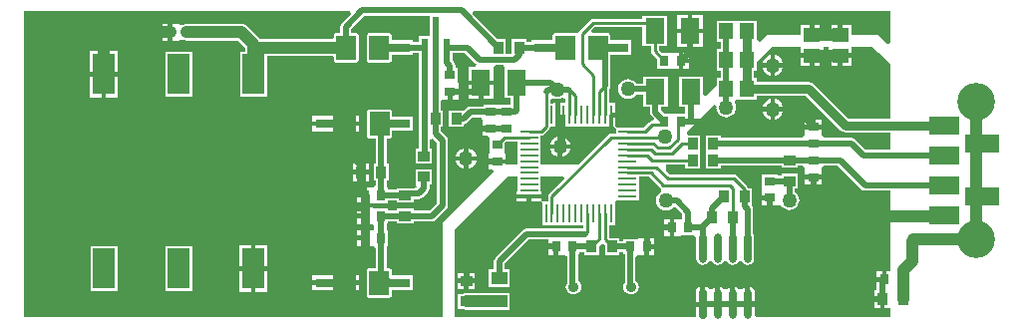
<source format=gtl>
G04*
G04 #@! TF.GenerationSoftware,Altium Limited,Altium Designer,23.3.1 (30)*
G04*
G04 Layer_Physical_Order=1*
G04 Layer_Color=255*
%FSLAX44Y44*%
%MOMM*%
G71*
G04*
G04 #@! TF.SameCoordinates,75414D67-6E7D-4D71-9163-A58272906682*
G04*
G04*
G04 #@! TF.FilePolarity,Positive*
G04*
G01*
G75*
%ADD10C,0.2540*%
%ADD14C,0.5000*%
%ADD39R,0.9000X0.8000*%
%ADD40R,0.8000X0.9000*%
%ADD41R,1.4500X1.2500*%
%ADD42R,3.5000X0.8000*%
%ADD43R,1.0000X0.8500*%
%ADD44R,1.4000X1.1000*%
%ADD45R,0.2800X1.5600*%
%ADD46R,1.5600X0.2800*%
%ADD47R,0.8500X1.0000*%
G04:AMPARAMS|DCode=48|XSize=0.7mm|YSize=2.5mm|CornerRadius=0.175mm|HoleSize=0mm|Usage=FLASHONLY|Rotation=180.000|XOffset=0mm|YOffset=0mm|HoleType=Round|Shape=RoundedRectangle|*
%AMROUNDEDRECTD48*
21,1,0.7000,2.1500,0,0,180.0*
21,1,0.3500,2.5000,0,0,180.0*
1,1,0.3500,-0.1750,1.0750*
1,1,0.3500,0.1750,1.0750*
1,1,0.3500,0.1750,-1.0750*
1,1,0.3500,-0.1750,-1.0750*
%
%ADD48ROUNDEDRECTD48*%
%ADD49O,0.7000X2.5000*%
%ADD50R,1.2500X1.4500*%
%ADD51R,1.6500X2.2000*%
%ADD52R,0.6000X1.6000*%
%ADD53C,0.7500*%
%ADD54C,1.0000*%
%ADD55C,0.3500*%
%ADD56R,1.7000X2.1000*%
%ADD57R,1.8999X3.4188*%
%ADD58C,0.9000*%
%ADD59C,3.2000*%
%ADD60R,1.4995X1.4995*%
%ADD61R,2.5400X1.5000*%
%ADD62C,1.2700*%
G36*
X282202Y262690D02*
X274756Y255244D01*
X273761Y253756D01*
X273412Y252000D01*
Y246579D01*
X269750D01*
X268970Y246424D01*
X268308Y245982D01*
X267866Y245320D01*
X267711Y244540D01*
Y242395D01*
X266520Y241350D01*
X205043D01*
X204412Y242173D01*
X194412Y252173D01*
X192950Y253295D01*
X191247Y254000D01*
X189420Y254240D01*
X142920D01*
X141093Y254000D01*
X140321Y253680D01*
X137736D01*
X135460Y254220D01*
X134644Y254220D01*
X130920D01*
Y247180D01*
Y240140D01*
X134644D01*
X135460Y240140D01*
X137736Y240680D01*
X140321D01*
X141093Y240360D01*
X142920Y240120D01*
X186495D01*
X192360Y234256D01*
Y230674D01*
X187920D01*
Y192486D01*
X210920D01*
Y227230D01*
X266520D01*
X267711Y226185D01*
Y223540D01*
X267866Y222760D01*
X268308Y222098D01*
X268970Y221656D01*
X269750Y221501D01*
X286750D01*
X287530Y221656D01*
X288192Y222098D01*
X288634Y222760D01*
X288789Y223540D01*
Y228290D01*
X288940D01*
Y240290D01*
X288789D01*
Y244540D01*
X288634Y245320D01*
X288192Y245982D01*
X287530Y246424D01*
X286750Y246579D01*
X282588D01*
Y250100D01*
X293690Y261202D01*
X349260D01*
Y244290D01*
X339760D01*
Y238878D01*
X334940D01*
Y240290D01*
X316789D01*
Y244540D01*
X316634Y245320D01*
X316192Y245982D01*
X315530Y246424D01*
X314750Y246579D01*
X297750D01*
X296970Y246424D01*
X296308Y245982D01*
X295866Y245320D01*
X295711Y244540D01*
Y223540D01*
X295866Y222760D01*
X296308Y222098D01*
X296970Y221656D01*
X297750Y221501D01*
X314750D01*
X315530Y221656D01*
X316192Y222098D01*
X316634Y222760D01*
X316789Y223540D01*
Y228290D01*
X334940D01*
Y229702D01*
X339760D01*
Y224290D01*
X340172D01*
Y148100D01*
X337200D01*
Y135600D01*
X351200D01*
Y148100D01*
X349348D01*
Y155628D01*
X351848Y156663D01*
X355412Y153099D01*
Y101901D01*
X349306Y95795D01*
X335400D01*
Y97457D01*
X321400D01*
Y95795D01*
X313980D01*
Y97707D01*
X302796D01*
X300520Y98247D01*
X299704Y98247D01*
X295980D01*
Y91207D01*
Y84167D01*
X299704D01*
X300520Y84167D01*
X300892Y84255D01*
X302108Y83298D01*
Y80249D01*
X300892Y79292D01*
X300520Y79380D01*
X299704Y79380D01*
X295980D01*
Y72340D01*
Y65300D01*
X299704D01*
X300520Y65300D01*
X300892Y65388D01*
X303392Y63421D01*
Y62020D01*
X303412Y61919D01*
Y46829D01*
X297750D01*
X296970Y46674D01*
X296308Y46232D01*
X295866Y45570D01*
X295711Y44790D01*
Y23790D01*
X295866Y23010D01*
X296308Y22348D01*
X296970Y21906D01*
X297750Y21751D01*
X314750D01*
X315530Y21906D01*
X316192Y22348D01*
X316634Y23010D01*
X316789Y23790D01*
Y28510D01*
X334940D01*
Y40510D01*
X316789D01*
Y44790D01*
X316634Y45570D01*
X316192Y46232D01*
X315530Y46674D01*
X314750Y46829D01*
X312588D01*
Y62000D01*
X312568Y62101D01*
Y65840D01*
X313980D01*
Y78840D01*
X312568D01*
Y84707D01*
X313980D01*
Y86618D01*
X321400D01*
Y84957D01*
X335400D01*
Y86618D01*
X351207D01*
X352962Y86968D01*
X354451Y87962D01*
X363244Y96756D01*
X364239Y98244D01*
X364588Y100000D01*
Y155000D01*
X364239Y156756D01*
X363244Y158244D01*
X358848Y162640D01*
Y166640D01*
X360510D01*
Y180640D01*
X358848D01*
Y187913D01*
X359460Y190160D01*
X361348Y190160D01*
X364500D01*
Y196700D01*
X366500D01*
Y198700D01*
X373540D01*
Y202424D01*
X373540Y203240D01*
X373000Y205516D01*
Y216700D01*
X371088D01*
Y218500D01*
X370739Y220256D01*
X369744Y221744D01*
X369424Y222065D01*
X368760Y224290D01*
X368760Y224290D01*
X368760D01*
X368760Y224290D01*
Y229702D01*
X379060D01*
X388006Y220756D01*
X388778Y220240D01*
X388019Y217740D01*
X381884D01*
Y206200D01*
X392674D01*
X403464D01*
Y216912D01*
X403464Y217740D01*
X405272Y219412D01*
X411729D01*
X412424Y217200D01*
X412424D01*
Y191200D01*
X418086D01*
Y185559D01*
X408132D01*
Y185559D01*
X407732D01*
Y185559D01*
X394732D01*
Y184147D01*
X383559D01*
X381803Y183798D01*
X380314Y182803D01*
X379729Y182218D01*
X378010Y180640D01*
Y180640D01*
X378010Y180640D01*
X365510D01*
Y166640D01*
X378010D01*
Y169125D01*
X379396Y169401D01*
X380884Y170396D01*
X385459Y174970D01*
X392817D01*
X392947Y174875D01*
X394330Y172470D01*
X394192Y172099D01*
X394192D01*
X394192Y171282D01*
Y167559D01*
X401232D01*
Y163559D01*
X394192D01*
Y159019D01*
X398122D01*
X399960Y157420D01*
Y145420D01*
X399960Y145420D01*
X399420Y143960D01*
X399420Y143960D01*
X399420Y143115D01*
Y139420D01*
X413500D01*
Y143115D01*
X413500Y143960D01*
X413500Y143960D01*
X412960Y145420D01*
X412960Y145420D01*
Y153205D01*
X414101Y154346D01*
X423810D01*
Y149280D01*
X423810D01*
Y141080D01*
X423810D01*
Y135000D01*
X413500D01*
Y135420D01*
X399420D01*
Y130880D01*
X402614D01*
X403570Y128570D01*
X360000Y85000D01*
Y60000D01*
Y5000D01*
X5000D01*
Y265000D01*
X281245D01*
X282202Y262690D01*
D02*
G37*
G36*
X740000Y238266D02*
X737690Y237310D01*
X730000Y245000D01*
X707670D01*
Y253720D01*
X699880D01*
Y244930D01*
X695880D01*
Y253720D01*
X688090D01*
Y245000D01*
X683590D01*
Y253720D01*
X675800D01*
Y244930D01*
X671800D01*
Y253720D01*
X664010D01*
Y245000D01*
X635000D01*
X629260Y239260D01*
X626760Y240296D01*
Y257150D01*
X610260D01*
Y257150D01*
X609260Y257150D01*
Y257150D01*
X592760D01*
Y238650D01*
X596422D01*
Y232840D01*
X592760D01*
Y214340D01*
X596422D01*
Y208530D01*
X592760D01*
Y202760D01*
X583520Y193520D01*
X581210Y194476D01*
Y209780D01*
X560710D01*
Y183780D01*
X566372D01*
Y178180D01*
X557085D01*
X556585Y178180D01*
Y178180D01*
X554585D01*
Y178180D01*
X548574D01*
X545548Y181206D01*
Y183780D01*
X551210D01*
Y209780D01*
X530710D01*
Y203588D01*
X524504D01*
X523455Y204955D01*
X521711Y206294D01*
X519680Y207135D01*
X517500Y207422D01*
X515320Y207135D01*
X513289Y206294D01*
X511545Y204955D01*
X510206Y203211D01*
X509365Y201180D01*
X509078Y199000D01*
X509365Y196820D01*
X510206Y194789D01*
X511545Y193045D01*
X513289Y191706D01*
X515320Y190865D01*
X517500Y190578D01*
X519680Y190865D01*
X521711Y191706D01*
X523455Y193045D01*
X524504Y194412D01*
X530710D01*
Y183780D01*
X536372D01*
Y179305D01*
X536721Y177549D01*
X537716Y176061D01*
X539683Y174094D01*
X538726Y171784D01*
X537682D01*
X536407Y171530D01*
X535325Y170808D01*
X530532Y166014D01*
X527010D01*
Y166080D01*
X509118D01*
X507299Y166529D01*
X506850Y168348D01*
Y174980D01*
X504910D01*
Y166640D01*
X505142D01*
X506961Y166191D01*
X507410Y164372D01*
Y161014D01*
X502930D01*
X501654Y160760D01*
X500573Y160037D01*
X475535Y135000D01*
X443410D01*
Y139280D01*
X443410D01*
Y151080D01*
X443410D01*
Y154280D01*
X443410D01*
Y159346D01*
X443930D01*
X445206Y159600D01*
X446287Y160322D01*
X450267Y164302D01*
X450990Y165384D01*
X451244Y166660D01*
Y167180D01*
X453970D01*
Y166640D01*
X455910D01*
Y167179D01*
X456311D01*
Y176980D01*
Y186780D01*
X455910D01*
Y187320D01*
X453970D01*
Y186780D01*
X451244D01*
Y189682D01*
X451829Y190261D01*
X453744Y191164D01*
X455070Y190615D01*
X457250Y190328D01*
X459430Y190615D01*
X461461Y191456D01*
X462076Y191928D01*
X464576Y190695D01*
Y187320D01*
X459910D01*
Y176980D01*
Y166640D01*
X460910D01*
Y176980D01*
X464510D01*
Y167179D01*
X464910D01*
Y166640D01*
X466850D01*
Y167180D01*
X498970D01*
Y166640D01*
X500910D01*
Y167179D01*
X501311D01*
Y176980D01*
X502910D01*
Y178980D01*
X506850D01*
Y187320D01*
X501244D01*
Y198640D01*
X502149Y199994D01*
X502498Y201750D01*
Y223334D01*
X502539Y223540D01*
Y228290D01*
X520550D01*
Y240290D01*
X502539D01*
Y244540D01*
X502384Y245320D01*
X501942Y245982D01*
X501280Y246424D01*
X500500Y246579D01*
X487561D01*
X486604Y248889D01*
X489381Y251666D01*
X529960D01*
Y235400D01*
X536876D01*
Y231195D01*
X537130Y229919D01*
X537853Y228837D01*
X542585Y224105D01*
Y216320D01*
X553769D01*
X556045Y215780D01*
X556861Y215780D01*
X560585D01*
Y222820D01*
Y229860D01*
X556861D01*
X556045Y229860D01*
X553769Y229320D01*
X546800D01*
X543544Y232576D01*
Y235400D01*
X550460D01*
Y261400D01*
X529960D01*
Y258334D01*
X488000D01*
X486724Y258080D01*
X485643Y257358D01*
X476143Y247857D01*
X475880Y247465D01*
X474859Y246684D01*
X473280Y246424D01*
X472500Y246579D01*
X455500D01*
X454720Y246424D01*
X454058Y245982D01*
X453616Y245320D01*
X453461Y244540D01*
Y240290D01*
X435550D01*
Y238778D01*
X431390D01*
Y241190D01*
X418890D01*
Y228588D01*
X413890D01*
Y241190D01*
X407129D01*
X385628Y262690D01*
X386585Y265000D01*
X740000D01*
Y238266D01*
D02*
G37*
G36*
X730000Y230000D02*
X740000Y220000D01*
Y173867D01*
X704924D01*
X675366Y203426D01*
X673464Y204696D01*
X671220Y205143D01*
X626760D01*
Y208530D01*
X624373D01*
Y214340D01*
X626760D01*
Y221760D01*
X640000Y235000D01*
X664010D01*
Y229430D01*
X683590D01*
Y235000D01*
X688090D01*
Y229430D01*
X707670D01*
Y235000D01*
X725000D01*
X730000Y230000D01*
D02*
G37*
G36*
X698351Y163858D02*
X700253Y162588D01*
X702496Y162141D01*
X740000D01*
Y147192D01*
X719297D01*
X710484Y156004D01*
X708996Y156999D01*
X707240Y157348D01*
X683739D01*
X681772Y159848D01*
X681860Y160220D01*
X681860Y161036D01*
Y164760D01*
X667780D01*
Y161036D01*
X667780Y160220D01*
X667868Y159848D01*
X665901Y157348D01*
X596280D01*
Y159760D01*
X583780D01*
Y145760D01*
X583780D01*
Y145220D01*
X583780D01*
Y131220D01*
X596280D01*
Y133632D01*
X647920D01*
Y131970D01*
X661920D01*
Y133632D01*
X665901D01*
X667868Y131132D01*
X667780Y130760D01*
X667780Y129944D01*
Y126220D01*
X674820D01*
X681860D01*
Y129944D01*
X681860Y130760D01*
X681772Y131132D01*
X683739Y133632D01*
X695880D01*
X715552Y113960D01*
X717040Y112965D01*
X718796Y112616D01*
X740000D01*
Y44300D01*
X737300D01*
Y37260D01*
X735300D01*
Y35260D01*
X728760D01*
Y30220D01*
X728760D01*
X728423Y27860D01*
X726760D01*
Y22320D01*
X733550D01*
Y20320D01*
X735550D01*
Y12780D01*
X740000D01*
Y5000D01*
X626859D01*
X625273Y6933D01*
X625308Y7110D01*
Y14110D01*
X619150D01*
Y16110D01*
X617150D01*
Y30870D01*
X616793Y30800D01*
X614795Y29465D01*
X614257Y28659D01*
X611343D01*
X610805Y29465D01*
X608807Y30800D01*
X608450Y30870D01*
Y16110D01*
X604450D01*
Y30870D01*
X604093Y30800D01*
X602095Y29465D01*
X601557Y28659D01*
X598643D01*
X598105Y29465D01*
X596107Y30800D01*
X595750Y30870D01*
Y16110D01*
X591750D01*
Y30870D01*
X591393Y30800D01*
X589395Y29465D01*
X589196Y29167D01*
X588787Y29056D01*
X586304Y29338D01*
X585893Y29953D01*
X584474Y30901D01*
X583050Y31184D01*
Y16110D01*
X581050D01*
Y14110D01*
X574926D01*
Y5360D01*
X574631Y5000D01*
X370000D01*
Y80000D01*
X410000Y120000D01*
X415000Y125000D01*
X423810D01*
Y111620D01*
X423270D01*
Y109680D01*
X423810D01*
Y109279D01*
X443410D01*
Y109680D01*
X443950D01*
Y111620D01*
X443410D01*
Y125000D01*
X462269D01*
X463225Y122690D01*
X450552Y110017D01*
X449830Y108936D01*
X449576Y107660D01*
Y103180D01*
X446218D01*
X444399Y103629D01*
X443950Y105448D01*
Y105680D01*
X435610D01*
Y103740D01*
X442242D01*
X444061Y103291D01*
X444510Y101472D01*
Y83580D01*
X469510D01*
Y83580D01*
X479576D01*
Y80338D01*
X431500D01*
X429744Y79989D01*
X428256Y78994D01*
X404856Y55594D01*
X403861Y54106D01*
X403512Y52350D01*
Y46000D01*
X399100D01*
Y31000D01*
X417100D01*
Y46000D01*
X412688D01*
Y50450D01*
X433400Y71162D01*
X450040D01*
Y67100D01*
X456580D01*
Y65100D01*
X458580D01*
Y58060D01*
X462304D01*
X463120Y58060D01*
Y58060D01*
X463492Y58197D01*
X465896Y56814D01*
X465992Y56685D01*
Y34681D01*
X465652Y34238D01*
X464997Y32657D01*
X464774Y30960D01*
X464997Y29263D01*
X465652Y27682D01*
X466694Y26324D01*
X468052Y25282D01*
X469633Y24627D01*
X471330Y24404D01*
X473027Y24627D01*
X474608Y25282D01*
X475966Y26324D01*
X477008Y27682D01*
X477663Y29263D01*
X477886Y30960D01*
X477663Y32657D01*
X477008Y34238D01*
X475966Y35596D01*
X475168Y36208D01*
Y58600D01*
X476580D01*
Y60512D01*
X480380D01*
Y58100D01*
X492880D01*
Y65271D01*
X495051Y67429D01*
X497101Y67414D01*
X497880Y66635D01*
Y58100D01*
X510380D01*
Y60512D01*
X513380D01*
Y58600D01*
X514792D01*
Y34681D01*
X514452Y34238D01*
X513797Y32657D01*
X513574Y30960D01*
X513797Y29263D01*
X514452Y27682D01*
X515494Y26324D01*
X516852Y25282D01*
X518433Y24627D01*
X520130Y24404D01*
X521827Y24627D01*
X523408Y25282D01*
X524766Y26324D01*
X525808Y27682D01*
X526463Y29263D01*
X526686Y30960D01*
X526463Y32657D01*
X525808Y34238D01*
X524766Y35596D01*
X523968Y36208D01*
Y56181D01*
X526468Y58148D01*
X526840Y58060D01*
X527656Y58060D01*
X531380D01*
Y65100D01*
Y72140D01*
X527656D01*
X526840Y72140D01*
X524564Y71600D01*
X513380D01*
Y69688D01*
X510380D01*
Y72100D01*
X501845D01*
X501244Y72701D01*
Y83580D01*
X506310D01*
Y102236D01*
X507025Y103565D01*
X508354Y104280D01*
X527010D01*
Y114280D01*
Y124346D01*
X535439D01*
X544642Y115142D01*
X545724Y114420D01*
X545734Y114418D01*
X545990Y111818D01*
X545329Y111544D01*
X543585Y110205D01*
X542246Y108461D01*
X541405Y106430D01*
X541118Y104250D01*
X541405Y102070D01*
X542246Y100039D01*
X543585Y98295D01*
X545329Y96956D01*
X547360Y96115D01*
X549540Y95828D01*
X551720Y96115D01*
X553751Y96956D01*
X555495Y98295D01*
X558477Y98074D01*
X563812Y92740D01*
Y88595D01*
X561430Y88310D01*
X560614Y88310D01*
X556890D01*
Y81270D01*
Y74230D01*
X560614D01*
X561430Y74230D01*
X563706Y74770D01*
X573223D01*
X575261Y73246D01*
X575442Y72499D01*
Y55110D01*
X575869Y52964D01*
X577085Y51145D01*
X578904Y49929D01*
X581050Y49502D01*
X583196Y49929D01*
X585015Y51145D01*
X586068Y52721D01*
X587400Y52850D01*
X588731Y52721D01*
X589785Y51145D01*
X591604Y49929D01*
X593750Y49502D01*
X595896Y49929D01*
X597715Y51145D01*
X598769Y52721D01*
X600100Y52850D01*
X601432Y52721D01*
X602485Y51145D01*
X604304Y49929D01*
X606450Y49502D01*
X608596Y49929D01*
X610415Y51145D01*
X611469Y52721D01*
X612800Y52850D01*
X614132Y52721D01*
X615185Y51145D01*
X617004Y49929D01*
X619150Y49502D01*
X621296Y49929D01*
X623115Y51145D01*
X624331Y52964D01*
X624758Y55110D01*
Y73110D01*
X624331Y75256D01*
X623738Y76143D01*
Y96350D01*
X623389Y98106D01*
X623215Y98365D01*
X622720Y100660D01*
X622720Y100660D01*
X622720Y100660D01*
Y114660D01*
X619679D01*
X619550Y115306D01*
X618828Y116388D01*
X609857Y125358D01*
X608776Y126080D01*
X607500Y126334D01*
X552881D01*
X550000Y129215D01*
Y134886D01*
X566280D01*
Y131220D01*
X578780D01*
Y145220D01*
X578780D01*
X578780Y145760D01*
X578780D01*
Y159760D01*
X568296D01*
X567260Y162260D01*
X570000Y165000D01*
X590305Y185305D01*
X592673Y184138D01*
X592588Y183490D01*
X592875Y181310D01*
X593716Y179279D01*
X595055Y177535D01*
X596799Y176196D01*
X598830Y175355D01*
X601010Y175068D01*
X603190Y175355D01*
X605221Y176196D01*
X606965Y177535D01*
X608304Y179279D01*
X609145Y181310D01*
X609432Y183490D01*
X609145Y185670D01*
X608304Y187701D01*
X609260Y190030D01*
X610260D01*
Y190030D01*
X626760D01*
Y193417D01*
X668792D01*
X698351Y163858D01*
D02*
G37*
%LPC*%
G36*
X126920Y254220D02*
X122380D01*
Y249180D01*
X126920D01*
Y254220D01*
D02*
G37*
G36*
Y245180D02*
X122380D01*
Y240140D01*
X126920D01*
Y245180D01*
D02*
G37*
G36*
X84460Y231214D02*
X74420D01*
Y213580D01*
X84460D01*
Y231214D01*
D02*
G37*
G36*
X70420D02*
X60380D01*
Y213580D01*
X70420D01*
Y231214D01*
D02*
G37*
G36*
X147420Y230674D02*
X124420D01*
Y192486D01*
X147420D01*
Y230674D01*
D02*
G37*
G36*
X84460Y209580D02*
X74420D01*
Y191946D01*
X84460D01*
Y209580D01*
D02*
G37*
G36*
X70420D02*
X60380D01*
Y191946D01*
X70420D01*
Y209580D01*
D02*
G37*
G36*
X403464Y202200D02*
X394674D01*
Y190660D01*
X403464D01*
Y202200D01*
D02*
G37*
G36*
X390674D02*
X381884D01*
Y190660D01*
X390674D01*
Y202200D01*
D02*
G37*
G36*
X373540Y194700D02*
X368500D01*
Y190160D01*
X373540D01*
Y194700D01*
D02*
G37*
G36*
X289480Y176030D02*
X271440D01*
Y171490D01*
X289480D01*
Y176030D01*
D02*
G37*
G36*
X267440D02*
X249400D01*
Y171490D01*
X267440D01*
Y176030D01*
D02*
G37*
G36*
X289480Y167490D02*
X271440D01*
Y162950D01*
X289480D01*
Y167490D01*
D02*
G37*
G36*
X267440D02*
X249400D01*
Y162950D01*
X267440D01*
Y167490D01*
D02*
G37*
G36*
X382000Y148703D02*
Y142000D01*
X388703D01*
X388661Y142321D01*
X387765Y144483D01*
X386340Y146340D01*
X384483Y147765D01*
X382321Y148661D01*
X382000Y148703D01*
D02*
G37*
G36*
X378000D02*
X377679Y148661D01*
X375517Y147765D01*
X373660Y146340D01*
X372235Y144483D01*
X371339Y142321D01*
X371297Y142000D01*
X378000D01*
Y148703D01*
D02*
G37*
G36*
X388703Y138000D02*
X382000D01*
Y131297D01*
X382321Y131339D01*
X384483Y132235D01*
X386340Y133660D01*
X387765Y135517D01*
X388661Y137679D01*
X388703Y138000D01*
D02*
G37*
G36*
X378000D02*
X371297D01*
X371339Y137679D01*
X372235Y135517D01*
X373660Y133660D01*
X375517Y132235D01*
X377679Y131339D01*
X378000Y131297D01*
Y138000D01*
D02*
G37*
G36*
X297180Y135930D02*
X292390D01*
Y130390D01*
X297180D01*
Y135930D01*
D02*
G37*
G36*
X288390D02*
X283600D01*
Y130390D01*
X288390D01*
Y135930D01*
D02*
G37*
G36*
X297180Y126390D02*
X292390D01*
Y120850D01*
X297180D01*
Y126390D01*
D02*
G37*
G36*
X288390D02*
X283600D01*
Y120850D01*
X288390D01*
Y126390D01*
D02*
G37*
G36*
X315000Y181829D02*
X298000D01*
X297220Y181674D01*
X296558Y181232D01*
X296116Y180570D01*
X295961Y179790D01*
Y175490D01*
X295940D01*
Y163490D01*
X295961D01*
Y158790D01*
X296116Y158010D01*
X296558Y157348D01*
X297220Y156906D01*
X298000Y156751D01*
X303412D01*
Y143081D01*
X303392Y142980D01*
Y135390D01*
X301640D01*
Y121390D01*
X303392D01*
Y117626D01*
X300892Y115658D01*
X300520Y115747D01*
X299704Y115747D01*
X295980D01*
Y108707D01*
Y101667D01*
X299704D01*
X300520Y101666D01*
X302796Y102207D01*
X313980D01*
Y104118D01*
X321400D01*
Y102457D01*
X335400D01*
Y105412D01*
X340000D01*
X341756Y105761D01*
X343244Y106756D01*
X347444Y110956D01*
X348439Y112444D01*
X348788Y114200D01*
Y118100D01*
X351200D01*
Y130600D01*
X337200D01*
Y118100D01*
X337200D01*
X337787Y115600D01*
X337685Y115475D01*
X335400Y114957D01*
Y114957D01*
X321400D01*
Y113295D01*
X313980D01*
Y115207D01*
X312568D01*
Y121390D01*
X314140D01*
Y135390D01*
X312568D01*
Y142900D01*
X312588Y143000D01*
Y156751D01*
X315000D01*
X315780Y156906D01*
X316442Y157348D01*
X316884Y158010D01*
X317039Y158790D01*
Y163490D01*
X334940D01*
Y175490D01*
X317039D01*
Y179790D01*
X316884Y180570D01*
X316442Y181232D01*
X315780Y181674D01*
X315000Y181829D01*
D02*
G37*
G36*
X291980Y115747D02*
X287440D01*
Y110707D01*
X291980D01*
Y115747D01*
D02*
G37*
G36*
Y106707D02*
X287440D01*
Y101667D01*
X291980D01*
Y106707D01*
D02*
G37*
G36*
X291980Y98247D02*
X287440D01*
Y93207D01*
X291980D01*
Y98247D01*
D02*
G37*
G36*
Y89207D02*
X287440D01*
Y84167D01*
X291980D01*
Y89207D01*
D02*
G37*
G36*
X291980Y79380D02*
X287440D01*
Y74340D01*
X291980D01*
Y79380D01*
D02*
G37*
G36*
Y70340D02*
X287440D01*
Y65300D01*
X291980D01*
Y70340D01*
D02*
G37*
G36*
X211460Y66114D02*
X201420D01*
Y48480D01*
X211460D01*
Y66114D01*
D02*
G37*
G36*
X197420D02*
X187380D01*
Y48480D01*
X197420D01*
Y66114D01*
D02*
G37*
G36*
X289480Y41050D02*
X271440D01*
Y36510D01*
X289480D01*
Y41050D01*
D02*
G37*
G36*
X267440D02*
X249400D01*
Y36510D01*
X267440D01*
Y41050D01*
D02*
G37*
G36*
X289480Y32510D02*
X271440D01*
Y27970D01*
X289480D01*
Y32510D01*
D02*
G37*
G36*
X267440D02*
X249400D01*
Y27970D01*
X267440D01*
Y32510D01*
D02*
G37*
G36*
X147420Y65574D02*
X124420D01*
Y27386D01*
X147420D01*
Y65574D01*
D02*
G37*
G36*
X83920D02*
X60920D01*
Y27386D01*
X83920D01*
Y65574D01*
D02*
G37*
G36*
X211460Y44480D02*
X201420D01*
Y26846D01*
X211460D01*
Y44480D01*
D02*
G37*
G36*
X197420D02*
X187380D01*
Y26846D01*
X197420D01*
Y44480D01*
D02*
G37*
G36*
X581000Y261940D02*
X572210D01*
Y250400D01*
X581000D01*
Y261940D01*
D02*
G37*
G36*
X568210D02*
X559420D01*
Y250400D01*
X568210D01*
Y261940D01*
D02*
G37*
G36*
X581000Y246400D02*
X572210D01*
Y234860D01*
X581000D01*
Y246400D01*
D02*
G37*
G36*
X568210D02*
X559420D01*
Y234860D01*
X568210D01*
Y246400D01*
D02*
G37*
G36*
X564585Y229860D02*
Y224820D01*
X569125D01*
Y229860D01*
X564585D01*
D02*
G37*
G36*
X569125Y220820D02*
X564585D01*
Y215780D01*
X569125D01*
Y220820D01*
D02*
G37*
G36*
X462000Y158703D02*
Y152000D01*
X468703D01*
X468661Y152321D01*
X467765Y154483D01*
X466340Y156340D01*
X464483Y157765D01*
X462321Y158661D01*
X462000Y158703D01*
D02*
G37*
G36*
X458000D02*
X457679Y158661D01*
X455517Y157765D01*
X453660Y156340D01*
X452235Y154483D01*
X451339Y152321D01*
X451297Y152000D01*
X458000D01*
Y158703D01*
D02*
G37*
G36*
X468703Y148000D02*
X462000D01*
Y141297D01*
X462321Y141339D01*
X464483Y142235D01*
X466340Y143660D01*
X467765Y145517D01*
X468661Y147679D01*
X468703Y148000D01*
D02*
G37*
G36*
X458000D02*
X451297D01*
X451339Y147679D01*
X452235Y145517D01*
X453660Y143660D01*
X455517Y142235D01*
X457679Y141339D01*
X458000Y141297D01*
Y148000D01*
D02*
G37*
G36*
X642500Y227703D02*
Y221000D01*
X649203D01*
X649161Y221321D01*
X648265Y223483D01*
X646840Y225340D01*
X644983Y226765D01*
X642821Y227661D01*
X642500Y227703D01*
D02*
G37*
G36*
X638500D02*
X638179Y227661D01*
X636017Y226765D01*
X634160Y225340D01*
X632735Y223483D01*
X631839Y221321D01*
X631797Y221000D01*
X638500D01*
Y227703D01*
D02*
G37*
G36*
X707670Y225430D02*
X699880D01*
Y218640D01*
X707670D01*
Y225430D01*
D02*
G37*
G36*
X695880D02*
X688090D01*
Y218640D01*
X695880D01*
Y225430D01*
D02*
G37*
G36*
X683590D02*
X675800D01*
Y218640D01*
X683590D01*
Y225430D01*
D02*
G37*
G36*
X671800D02*
X664010D01*
Y218640D01*
X671800D01*
Y225430D01*
D02*
G37*
G36*
X649203Y217000D02*
X642500D01*
Y210297D01*
X642821Y210339D01*
X644983Y211235D01*
X646840Y212660D01*
X648265Y214517D01*
X649161Y216679D01*
X649203Y217000D01*
D02*
G37*
G36*
X638500D02*
X631797D01*
X631839Y216679D01*
X632735Y214517D01*
X634160Y212660D01*
X636017Y211235D01*
X638179Y210339D01*
X638500Y210297D01*
Y217000D01*
D02*
G37*
G36*
X642500Y190453D02*
Y183750D01*
X649203D01*
X649161Y184071D01*
X648265Y186233D01*
X646840Y188090D01*
X644983Y189515D01*
X642821Y190411D01*
X642500Y190453D01*
D02*
G37*
G36*
X638500D02*
X638179Y190411D01*
X636017Y189515D01*
X634160Y188090D01*
X632735Y186233D01*
X631839Y184071D01*
X631797Y183750D01*
X638500D01*
Y190453D01*
D02*
G37*
G36*
X649203Y179750D02*
X642500D01*
Y173047D01*
X642821Y173089D01*
X644983Y173985D01*
X646840Y175410D01*
X648265Y177267D01*
X649161Y179429D01*
X649203Y179750D01*
D02*
G37*
G36*
X638500D02*
X631797D01*
X631839Y179429D01*
X632735Y177267D01*
X634160Y175410D01*
X636017Y173985D01*
X638179Y173089D01*
X638500Y173047D01*
Y179750D01*
D02*
G37*
G36*
X681860Y173300D02*
X676820D01*
Y168760D01*
X681860D01*
Y173300D01*
D02*
G37*
G36*
X672820D02*
X667780D01*
Y168760D01*
X672820D01*
Y173300D01*
D02*
G37*
G36*
X661920Y126970D02*
X647920D01*
Y125308D01*
X644320D01*
Y126720D01*
X631320D01*
Y115536D01*
X630780Y113260D01*
X630780Y112444D01*
Y108720D01*
X637820D01*
Y106720D01*
X639820D01*
Y100180D01*
X644860D01*
Y100180D01*
X647360Y100521D01*
X647456Y100289D01*
X648795Y98545D01*
X650539Y97206D01*
X652570Y96365D01*
X654750Y96078D01*
X656930Y96365D01*
X658961Y97206D01*
X660705Y98545D01*
X662044Y100289D01*
X662885Y102320D01*
X663172Y104500D01*
X662885Y106680D01*
X662044Y108711D01*
X660705Y110455D01*
X659338Y111504D01*
Y114470D01*
X661920D01*
Y126970D01*
D02*
G37*
G36*
X681860Y122220D02*
X676820D01*
Y117680D01*
X681860D01*
Y122220D01*
D02*
G37*
G36*
X672820D02*
X667780D01*
Y117680D01*
X672820D01*
Y122220D01*
D02*
G37*
G36*
X431610Y105680D02*
X423270D01*
Y103740D01*
X431610D01*
Y105680D01*
D02*
G37*
G36*
X635820Y104720D02*
X630780D01*
Y100180D01*
X635820D01*
Y104720D01*
D02*
G37*
G36*
X552890Y88310D02*
X548350D01*
Y83270D01*
X552890D01*
Y88310D01*
D02*
G37*
G36*
Y79270D02*
X548350D01*
Y74230D01*
X552890D01*
Y79270D01*
D02*
G37*
G36*
X535380Y72140D02*
Y67100D01*
X539920D01*
Y72140D01*
X535380D01*
D02*
G37*
G36*
X539920Y63100D02*
X535380D01*
Y58060D01*
X539920D01*
Y63100D01*
D02*
G37*
G36*
X454580Y63100D02*
X450040D01*
Y58060D01*
X454580D01*
Y63100D01*
D02*
G37*
G36*
X733300Y44300D02*
X728760D01*
Y39260D01*
X733300D01*
Y44300D01*
D02*
G37*
G36*
X387700Y42790D02*
X382160D01*
Y38000D01*
X387700D01*
Y42790D01*
D02*
G37*
G36*
X378160D02*
X372620D01*
Y38000D01*
X378160D01*
Y42790D01*
D02*
G37*
G36*
X387700Y34000D02*
X382160D01*
Y29210D01*
X387700D01*
Y34000D01*
D02*
G37*
G36*
X378160D02*
X372620D01*
Y29210D01*
X378160D01*
Y34000D01*
D02*
G37*
G36*
X621150Y30870D02*
Y18110D01*
X625308D01*
Y25110D01*
X624840Y27467D01*
X623505Y29465D01*
X621507Y30800D01*
X621150Y30870D01*
D02*
G37*
G36*
X579050Y31184D02*
X577626Y30901D01*
X576207Y29953D01*
X575259Y28534D01*
X574926Y26860D01*
Y18110D01*
X579050D01*
Y31184D01*
D02*
G37*
G36*
X731550Y18320D02*
X726760D01*
Y12780D01*
X731550D01*
Y18320D01*
D02*
G37*
G36*
X417100Y26000D02*
X399100D01*
Y25560D01*
X380160D01*
X378333Y25320D01*
X376957Y24750D01*
X373160D01*
Y18959D01*
X373100Y18500D01*
X373160Y18041D01*
Y12250D01*
X376957D01*
X378333Y11680D01*
X380160Y11440D01*
X399100D01*
Y11000D01*
X417100D01*
Y26000D01*
D02*
G37*
%LPD*%
D10*
X502930Y157680D02*
X517210D01*
X452910Y93380D02*
Y107660D01*
X502930Y157680D01*
X538030Y138220D02*
X572530D01*
X533570Y142680D02*
X538030Y138220D01*
X517210Y142680D02*
X533570D01*
X541820Y132680D02*
X551500Y123000D01*
X536820Y127680D02*
X547000Y117500D01*
X603712D01*
X526742Y127680D02*
X536820D01*
X517210Y132680D02*
X541820D01*
X551500Y123000D02*
X607500D01*
X603712Y117500D02*
X606990Y114222D01*
X607500Y123000D02*
X616470Y114030D01*
X531912Y162680D02*
X537682Y168450D01*
X542728Y148880D02*
X552735D01*
X559855Y168950D02*
X562585Y171680D01*
X548060Y157810D02*
X548750Y158500D01*
X517210Y147680D02*
X537508D01*
X548585Y171180D02*
Y171680D01*
X559855Y156000D02*
Y168950D01*
X517210Y162680D02*
X531912D01*
X540848Y144340D02*
X554615D01*
X517210Y157680D02*
X517340Y157810D01*
X548060D01*
X554615Y144340D02*
X563035Y152760D01*
X538928Y152680D02*
X542728Y148880D01*
X517210Y152680D02*
X538928D01*
X537508Y147680D02*
X540848Y144340D01*
X563035Y152760D02*
X572530D01*
X552735Y148880D02*
X559855Y156000D01*
X537682Y168450D02*
X545855D01*
X548585Y171180D01*
X488000Y255000D02*
X540210D01*
X478500Y245500D02*
X488000Y255000D01*
X478500Y220000D02*
Y245500D01*
X540210Y248400D02*
Y255000D01*
Y231195D02*
Y248400D01*
X502830Y65100D02*
X504130D01*
X492910Y71380D02*
Y93380D01*
X497910Y71320D02*
Y93380D01*
X486630Y65100D02*
X492910Y71380D01*
X497910Y71320D02*
X504130Y65100D01*
X482910Y77660D02*
Y93380D01*
X580360Y81270D02*
X581050Y81960D01*
X472910Y176980D02*
Y193090D01*
X447910Y176980D02*
Y196660D01*
X492910Y176980D02*
Y196750D01*
X497910Y201750D01*
X487910Y176980D02*
Y210590D01*
X467910Y176980D02*
Y197410D01*
X468250Y197750D01*
X497910Y176980D02*
Y201750D01*
X540210Y231195D02*
X548585Y222820D01*
X478500Y220000D02*
X487910Y210590D01*
X468250Y197750D02*
X472910Y193090D01*
X447910Y166660D02*
Y176980D01*
X433610Y162680D02*
X443930D01*
X447910Y166660D01*
X412720Y157680D02*
X433610D01*
X406460Y151420D02*
X412720Y157680D01*
X606310Y89720D02*
X606990Y90400D01*
X517210Y127680D02*
X526741D01*
X606990Y90400D02*
Y114222D01*
X616470Y107660D02*
Y114030D01*
X636195Y119995D02*
X636920Y119270D01*
X410320Y107680D02*
X433610D01*
X410250Y107750D02*
X410320Y107680D01*
X502910Y176980D02*
X519480D01*
X520000Y177500D01*
X457910Y162090D02*
Y176980D01*
X462910Y153145D02*
Y176980D01*
X462220Y152455D02*
X462910Y153145D01*
X457910Y162090D02*
X462220Y157780D01*
Y152455D02*
Y157780D01*
Y152220D02*
Y152455D01*
D14*
X674820Y138220D02*
X697780D01*
X718796Y117204D02*
X785990D01*
X697780Y138220D02*
X718796Y117204D01*
X674820Y152760D02*
X707240D01*
X717396Y142604D02*
X785990D01*
X707240Y152760D02*
X717396Y142604D01*
X785990Y117204D02*
X792240D01*
X590030Y138220D02*
X654920D01*
X278000Y234290D02*
Y252000D01*
X376040Y265790D02*
X407640Y234190D01*
X278000Y252000D02*
X291790Y265790D01*
X376040D01*
X401232Y165559D02*
X414632D01*
X393059D02*
X401232D01*
X307980Y128390D02*
Y142980D01*
Y108707D02*
Y128390D01*
X308000Y162050D02*
X315440Y169490D01*
X308000Y143000D02*
Y162050D01*
X307980Y142980D02*
X308000Y143000D01*
X307980Y62020D02*
X308000Y62000D01*
Y41950D02*
Y62000D01*
Y41950D02*
X315440Y34510D01*
X581050Y16110D02*
X606450D01*
X570960Y171680D02*
X584542D01*
X533380Y76630D02*
X538020Y81270D01*
X581050Y81960D02*
X588810Y89720D01*
X470580Y65100D02*
X470580Y65100D01*
X519380Y65100D02*
X519380Y65100D01*
X504130Y65100D02*
X519380D01*
X470580Y65100D02*
X486630D01*
X408100Y38500D02*
Y52350D01*
X431500Y75750D01*
X481000D01*
X497910Y231150D02*
X501050Y234290D01*
X497910Y201750D02*
Y231150D01*
X540960Y179305D02*
X548585Y171680D01*
X601010Y199280D02*
Y223590D01*
X517500Y199000D02*
X540740D01*
X540960Y198780D01*
X601010Y183490D02*
Y199280D01*
X457250Y198750D02*
X466570D01*
X467910Y197410D01*
X601010Y223590D02*
Y247900D01*
X425140Y234190D02*
X454950D01*
X363760Y234290D02*
X380960D01*
X590030Y152760D02*
X674820D01*
X654920Y138220D02*
X674820D01*
X588810Y89720D02*
Y97500D01*
X598970Y107660D01*
X616470Y99030D02*
Y107660D01*
Y99030D02*
X619150Y96350D01*
X637820Y120720D02*
X654750D01*
X568400Y81270D02*
X568890D01*
X580360D01*
X549540Y104250D02*
X558790D01*
X568400Y94640D01*
X450000Y198750D02*
X457250D01*
X447910Y196660D02*
X450000Y198750D01*
X451800Y204200D02*
X457250Y198750D01*
X422674Y204200D02*
X451800D01*
X366500Y210700D02*
Y218500D01*
X363760Y221240D02*
X366500Y218500D01*
X363760Y221240D02*
Y234290D01*
X380960D02*
X391250Y224000D01*
X421250D01*
X425140Y227890D01*
Y234190D01*
X354260Y173640D02*
Y252790D01*
X371760Y173640D02*
X377640D01*
X383559Y179559D01*
X401232D01*
X414632D01*
X422674Y204200D02*
X424750Y202124D01*
X421559Y179559D02*
X422674Y180674D01*
X414632Y179559D02*
X421559D01*
X422674Y180674D02*
Y204200D01*
X312520Y234290D02*
X315440D01*
X606450Y59110D02*
Y64110D01*
Y89580D01*
X581050Y59110D02*
Y64110D01*
Y81960D01*
X619150Y59110D02*
Y64110D01*
Y96350D01*
X315440Y234290D02*
X344760D01*
X307980Y108707D02*
X328400D01*
X329693Y110000D01*
X340000D01*
X344200Y114200D01*
Y124350D01*
X307980Y91207D02*
X328400D01*
X307980Y62020D02*
Y72340D01*
Y91207D01*
X328400D02*
X351207D01*
X360000Y100000D01*
Y155000D01*
X354260Y160740D02*
X360000Y155000D01*
X354260Y160740D02*
Y173640D01*
X344200Y233730D02*
X344760Y234290D01*
Y142410D02*
Y234290D01*
X344200Y141850D02*
X344760Y142410D01*
X785990Y142604D02*
X792240D01*
X540960Y179305D02*
Y196780D01*
Y198780D01*
X568400Y81270D02*
Y94640D01*
X654750Y104500D02*
Y120720D01*
X562585Y171680D02*
X570960D01*
Y196780D01*
Y171680D02*
Y171750D01*
X584542Y171057D02*
Y171680D01*
X663580Y178000D02*
X674820Y166760D01*
Y104570D02*
Y124220D01*
X637820Y88430D02*
Y106720D01*
X606450Y16110D02*
X619150D01*
X637640D01*
X533380Y65100D02*
Y76630D01*
X538020Y81270D02*
X554890D01*
X533730D02*
X538020D01*
X440582Y65100D02*
X456580D01*
X439784Y64302D02*
X440582Y65100D01*
X380160Y36000D02*
Y53840D01*
X733550Y20320D02*
Y35510D01*
X735300Y37260D01*
X715320Y20320D02*
X733550D01*
X392420Y137420D02*
X406460D01*
X385000Y157500D02*
X393059Y165559D01*
X366500Y196700D02*
X385174D01*
X570210Y230445D02*
Y248400D01*
X562585Y222820D02*
X570210Y230445D01*
X470580Y30960D02*
Y65100D01*
X519380Y30960D02*
Y65100D01*
D39*
X674820Y138220D02*
D03*
Y124220D02*
D03*
X637820Y106720D02*
D03*
Y120720D02*
D03*
X674820Y166760D02*
D03*
Y152760D02*
D03*
X366500Y210700D02*
D03*
Y196700D02*
D03*
X406460Y151420D02*
D03*
Y137420D02*
D03*
X401232Y179559D02*
D03*
X401232Y165559D02*
D03*
X414632Y179559D02*
D03*
Y165559D02*
D03*
D40*
X142920Y247180D02*
D03*
X128920Y247180D02*
D03*
X533380Y65100D02*
D03*
X519380D02*
D03*
X456580D02*
D03*
X470580D02*
D03*
X293980Y72340D02*
D03*
X307980D02*
D03*
X293980Y91207D02*
D03*
X307980D02*
D03*
X293980Y108707D02*
D03*
X307980D02*
D03*
X554890Y81270D02*
D03*
X568890D02*
D03*
X562585Y171680D02*
D03*
X548585D02*
D03*
X548585Y222820D02*
D03*
X562585D02*
D03*
X749300Y37260D02*
D03*
X735300Y37260D02*
D03*
D41*
X697880Y244930D02*
D03*
Y227430D02*
D03*
X673800Y244930D02*
D03*
Y227430D02*
D03*
D42*
X315440Y34510D02*
D03*
X269440D02*
D03*
X315440Y234290D02*
D03*
X269440D02*
D03*
X315440Y169490D02*
D03*
X269440D02*
D03*
X501050Y234290D02*
D03*
X455050D02*
D03*
D43*
X328400Y91207D02*
D03*
Y108707D02*
D03*
X380160Y36000D02*
D03*
X380160Y18500D02*
D03*
X654920Y138220D02*
D03*
Y120720D02*
D03*
X344200Y124350D02*
D03*
Y141850D02*
D03*
D44*
X408100Y38500D02*
D03*
Y18500D02*
D03*
D45*
X447910Y93380D02*
D03*
X452910D02*
D03*
X457910D02*
D03*
X462910D02*
D03*
X467910D02*
D03*
X472910Y93380D02*
D03*
X477910D02*
D03*
X482910Y93380D02*
D03*
X487910D02*
D03*
X492910Y93380D02*
D03*
X497910Y93380D02*
D03*
X502910D02*
D03*
Y176980D02*
D03*
X497910D02*
D03*
X492910D02*
D03*
X487910D02*
D03*
X482910D02*
D03*
X477910D02*
D03*
X472910D02*
D03*
X467910D02*
D03*
X462910D02*
D03*
X457910D02*
D03*
X452910D02*
D03*
X447910D02*
D03*
D46*
X517210Y107680D02*
D03*
Y112680D02*
D03*
Y117680D02*
D03*
Y122680D02*
D03*
Y127680D02*
D03*
Y132680D02*
D03*
Y137680D02*
D03*
Y142680D02*
D03*
Y147680D02*
D03*
Y152680D02*
D03*
Y157680D02*
D03*
Y162680D02*
D03*
X433610D02*
D03*
Y157680D02*
D03*
X433610Y152680D02*
D03*
X433610Y147680D02*
D03*
Y142680D02*
D03*
X433610Y137680D02*
D03*
Y132680D02*
D03*
X433610Y127680D02*
D03*
Y122680D02*
D03*
Y117680D02*
D03*
Y112680D02*
D03*
Y107680D02*
D03*
D47*
X504130Y65100D02*
D03*
X486630Y65100D02*
D03*
X606310Y89720D02*
D03*
X588810D02*
D03*
X616470Y107660D02*
D03*
X598970Y107660D02*
D03*
X590030Y138220D02*
D03*
X572530D02*
D03*
X590030Y152760D02*
D03*
X572530Y152760D02*
D03*
X290390Y128390D02*
D03*
X307890Y128390D02*
D03*
X354260Y173640D02*
D03*
X371760Y173640D02*
D03*
X425140Y234190D02*
D03*
X407640Y234190D02*
D03*
X751050Y20320D02*
D03*
X733550Y20320D02*
D03*
D48*
X581050Y16110D02*
D03*
D49*
X593750Y16110D02*
D03*
X606450Y16110D02*
D03*
X619150D02*
D03*
X581050Y64110D02*
D03*
X593750Y64110D02*
D03*
X606450Y64110D02*
D03*
X619150D02*
D03*
D50*
X601010Y247900D02*
D03*
X618510Y247900D02*
D03*
X601010Y199280D02*
D03*
X618510D02*
D03*
X601010Y223590D02*
D03*
X618510Y223590D02*
D03*
D51*
X570210Y248400D02*
D03*
X540210D02*
D03*
X540960Y196780D02*
D03*
X570960D02*
D03*
X422674Y204200D02*
D03*
X392674D02*
D03*
D52*
X344760Y234290D02*
D03*
X363760Y234290D02*
D03*
X354260Y252790D02*
D03*
D53*
X618510Y199280D02*
X671220D01*
X702496Y168004D01*
X785990D01*
X293980Y91207D02*
Y108707D01*
Y72340D02*
Y91207D01*
X276750Y34510D02*
Y51750D01*
X278750Y147500D02*
Y160180D01*
Y147500D02*
X290390Y135860D01*
Y128390D02*
Y135860D01*
X269440Y34510D02*
X276750D01*
Y51750D02*
X280000Y55000D01*
X287500D01*
X618510Y199280D02*
Y223590D01*
Y247900D01*
X287500Y55000D02*
X293980Y61480D01*
X290390Y112297D02*
X293980Y108707D01*
Y61480D02*
Y72340D01*
X290390Y112297D02*
Y128390D01*
X277010Y99510D02*
X293490D01*
D54*
X640500Y181750D02*
X641000D01*
X737750Y90750D02*
X784936D01*
X785990Y91804D01*
X732250Y85250D02*
X737750Y90750D01*
X760140Y71254D02*
X812990D01*
X751050Y20320D02*
Y45000D01*
X812990Y71254D02*
X819240D01*
X812990Y188254D02*
X819240D01*
X758640Y52590D02*
Y69754D01*
X760140Y71254D01*
X684999Y244930D02*
Y254999D01*
X269440Y234290D02*
X278000D01*
X673800Y244930D02*
X684999D01*
X697880D01*
X684999Y215001D02*
Y227430D01*
X204290Y234290D02*
X266520D01*
X189420Y247180D02*
X199420Y237180D01*
X142920Y247180D02*
X189420D01*
X199420Y211580D02*
Y237180D01*
X82180Y247180D02*
X128920D01*
X72420Y237420D02*
X82180Y247180D01*
X72420Y211580D02*
Y237420D01*
X380160Y18500D02*
X408100D01*
X812990Y71254D02*
Y107560D01*
Y152518D01*
Y188254D01*
X673800Y227430D02*
X684999D01*
X697880D01*
X751050Y45000D02*
X758640Y52590D01*
D55*
X481000Y75750D02*
X482910Y77660D01*
D56*
X492000Y234040D02*
D03*
X464000D02*
D03*
X278250Y34290D02*
D03*
X306250D02*
D03*
X306500Y169290D02*
D03*
X278500D02*
D03*
X306250Y234040D02*
D03*
X278250D02*
D03*
D57*
X199420Y211580D02*
D03*
X135920D02*
D03*
X72420D02*
D03*
X199420Y46480D02*
D03*
X135920D02*
D03*
X72420D02*
D03*
D58*
X471330Y30960D02*
D03*
X520130D02*
D03*
D59*
X812990Y188254D02*
D03*
Y71254D02*
D03*
D60*
X825453Y107560D02*
D03*
Y152518D02*
D03*
X811466Y107560D02*
D03*
Y152518D02*
D03*
D61*
X785990Y91804D02*
D03*
Y117204D02*
D03*
Y142604D02*
D03*
Y168004D02*
D03*
D62*
X549540Y104250D02*
D03*
X548750Y158500D02*
D03*
X640500Y219000D02*
D03*
Y181750D02*
D03*
X460000Y150000D02*
D03*
X380000Y140000D02*
D03*
X601010Y183490D02*
D03*
X517500Y199000D02*
D03*
X654750Y104500D02*
D03*
X457250Y198750D02*
D03*
M02*

</source>
